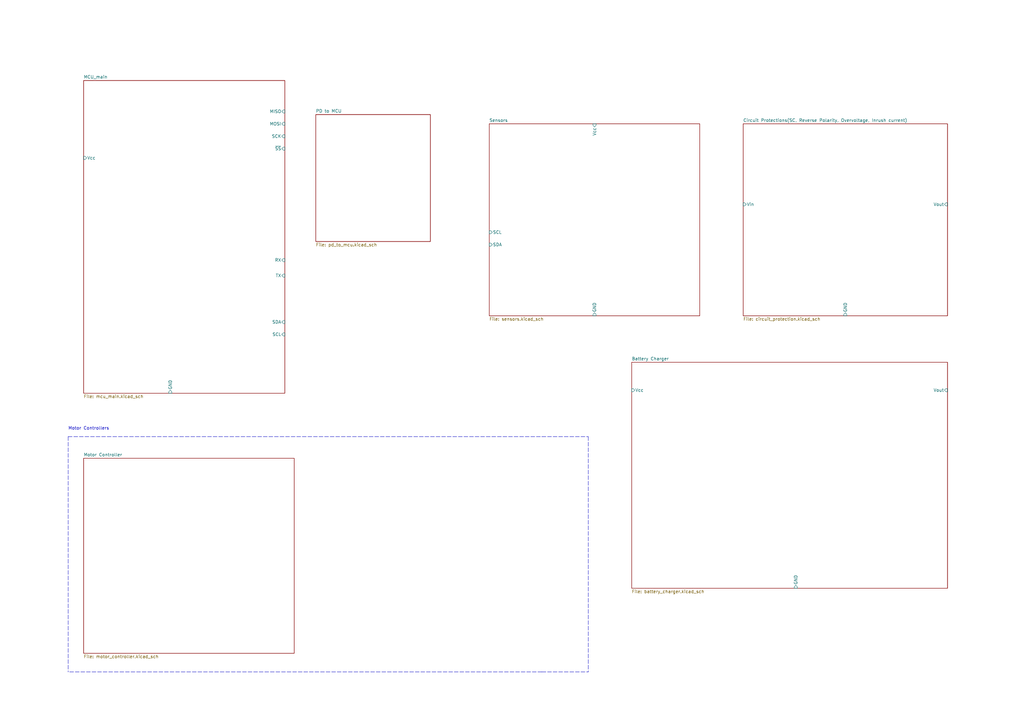
<source format=kicad_sch>
(kicad_sch (version 20210621) (generator eeschema)
  (paper "A3")
  (lib_symbols)
  (polyline (pts (xy 27.94 179.07) (xy 27.94 275.59)))
  (polyline (pts (xy 27.94 179.07) (xy 222.25 179.07)))
  (polyline (pts (xy 222.25 179.07) (xy 241.3 179.07)))
  (polyline (pts (xy 222.25 275.59) (xy 27.94 275.59)))
  (polyline (pts (xy 222.25 275.59) (xy 241.3 275.59)))
  (polyline (pts (xy 241.3 179.07) (xy 241.3 275.59)))
  (text "Motor Controllers" (at 27.94 176.53 0) (effects (font (size 1.27 1.27)) (justify left bottom)))
  (sheet (at 259.08 148.59) (size 129.54 92.71) (stroke (width 0.1524))
    (property "Sheet name" "Battery Charger" (at 259.08 147.8784 0) (effects (justify left bottom)))
    (property "Sheet file" "battery_charger.kicad_sch" (at 259.08 241.8846 0) (effects (justify left top)))
    (pin "GND" input (at 326.39 241.3 270))
    (pin "Vout" input (at 388.62 160.02 0))
    (pin "Vcc" input (at 259.08 160.02 180))
  )
  (sheet (at 304.8 50.8) (size 83.82 78.74) (stroke (width 0.1524))
    (property "Sheet name" "Circuit Protections(SC, Reverse Polarity, Overvoltage, Inrush current)" (at 304.8 50.0884 0) (effects (justify left bottom)))
    (property "Sheet file" "circuit_protection.kicad_sch" (at 304.8 130.1246 0) (effects (justify left top)))
    (pin "Vout" input (at 388.62 83.82 0))
    (pin "Vin" input (at 304.8 83.82 180))
    (pin "GND" input (at 346.71 129.54 270))
  )
  (sheet (at 34.29 33.02) (size 82.55 128.27) (stroke (width 0.1524))
    (property "Sheet name" "MCU_main" (at 34.29 32.3084 0) (effects (justify left bottom)))
    (property "Sheet file" "mcu_main.kicad_sch" (at 34.29 161.8746 0) (effects (justify left top)))
    (pin "GND" input (at 69.85 161.29 270))
    (pin "RX" input (at 116.84 106.68 0))
    (pin "TX" input (at 116.84 113.03 0))
    (pin "SDA" input (at 116.84 132.08 0))
    (pin "SCL" input (at 116.84 137.16 0))
    (pin "Vcc" input (at 34.29 64.77 180))
    (pin "MISO" input (at 116.84 45.72 0))
    (pin "MOSI" input (at 116.84 50.8 0))
    (pin "SCK" input (at 116.84 55.88 0))
    (pin "~{SS}" input (at 116.84 60.96 0))
  )
  (sheet (at 34.29 187.96) (size 86.36 80.01) (stroke (width 0.1524))
    (property "Sheet name" "Motor Controller" (at 34.29 187.2484 0) (effects (justify left bottom)))
    (property "Sheet file" "motor_controller.kicad_sch" (at 34.29 268.5546 0) (effects (justify left top)))
  )
  (sheet (at 129.54 46.99) (size 46.99 52.07) (stroke (width 0.1524))
    (property "Sheet name" "PD to MCU" (at 129.54 46.2784 0) (effects (justify left bottom)))
    (property "Sheet file" "pd_to_mcu.kicad_sch" (at 129.54 99.6446 0) (effects (justify left top)))
  )
  (sheet (at 200.66 50.8) (size 86.36 78.74) (stroke (width 0.1524))
    (property "Sheet name" "Sensors" (at 200.66 50.0884 0) (effects (justify left bottom)))
    (property "Sheet file" "sensors.kicad_sch" (at 200.66 130.1246 0) (effects (justify left top)))
    (pin "SCL" input (at 200.66 95.25 180))
    (pin "SDA" input (at 200.66 100.33 180))
    (pin "Vcc" input (at 243.84 50.8 90))
    (pin "GND" input (at 243.84 129.54 270))
  )
)
</source>
